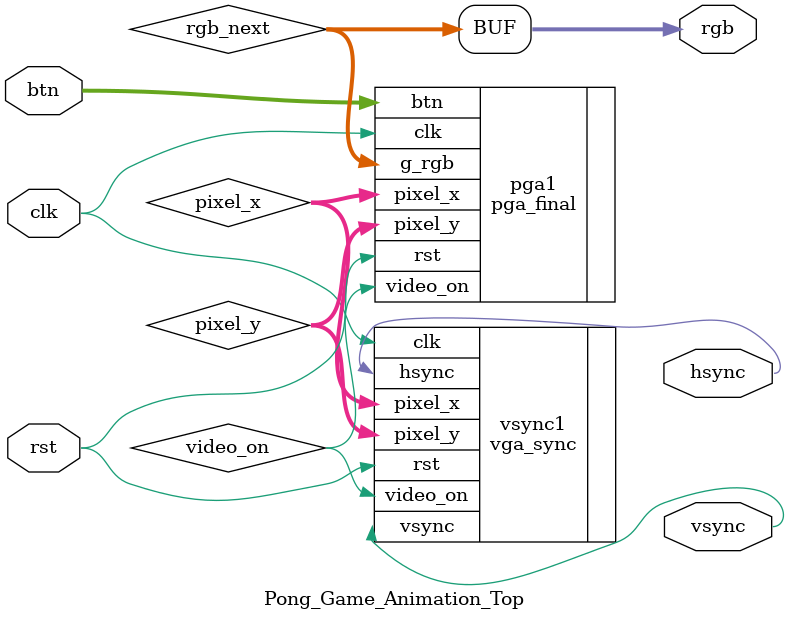
<source format=v>
`timescale 1ns / 1ps
module Pong_Game_Animation_Top( clk, rst, btn, hsync, vsync, rgb );

//Input
input wire clk, rst;
input wire [1:0] btn;

//output
output wire hsync, vsync;
output wire [11:0] rgb;

//signal declaration
wire [9:0] pixel_x, pixel_y;
wire video_on;

//registers
reg  [11:0] rgb_reg;
wire [11:0] rgb_next;

//      VGA
//      vga_sync(clk, rst,hsync, vsync, video_on, pixel_x, pixel_y);
vga_sync vsync1( .clk(clk), .rst(rst), .hsync(hsync), .vsync(vsync), .video_on(video_on),
					  .pixel_x(pixel_x), .pixel_y(pixel_y));
					
//Pong Graph Animation

pga_final pga1( .clk(clk), .rst(rst), .btn(btn), .video_on(video_on), 
			.pixel_x(pixel_x), .pixel_y(pixel_y), .g_rgb(rgb_next));

assign rgb = rgb_next; 								  



endmodule

</source>
